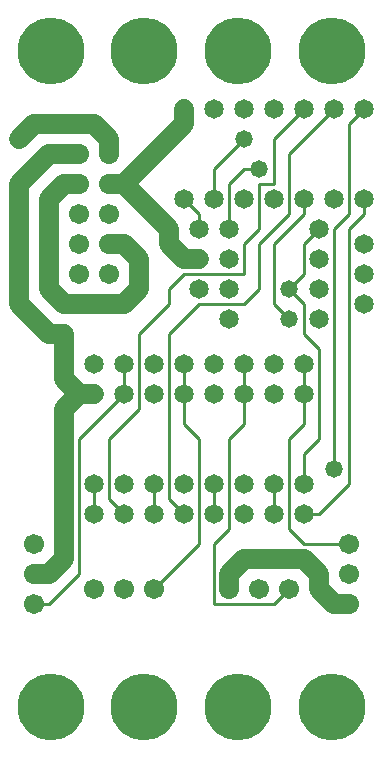
<source format=gtl>
%MOIN*%
%FSLAX25Y25*%
G04 D10 used for Character Trace; *
G04     Circle (OD=.01000) (No hole)*
G04 D11 used for Power Trace; *
G04     Circle (OD=.06500) (No hole)*
G04 D12 used for Signal Trace; *
G04     Circle (OD=.01100) (No hole)*
G04 D13 used for Via; *
G04     Circle (OD=.05800) (Round. Hole ID=.02800)*
G04 D14 used for Component hole; *
G04     Circle (OD=.06500) (Round. Hole ID=.03500)*
G04 D15 used for Component hole; *
G04     Circle (OD=.06700) (Round. Hole ID=.04300)*
G04 D16 used for Component hole; *
G04     Circle (OD=.08100) (Round. Hole ID=.05100)*
G04 D17 used for Component hole; *
G04     Circle (OD=.08900) (Round. Hole ID=.05900)*
G04 D18 used for Component hole; *
G04     Circle (OD=.11300) (Round. Hole ID=.08300)*
G04 D19 used for Component hole; *
G04     Circle (OD=.16000) (Round. Hole ID=.13000)*
G04 D20 used for Component hole; *
G04     Circle (OD=.18300) (Round. Hole ID=.15300)*
G04 D21 used for Component hole; *
G04     Circle (OD=.22291) (Round. Hole ID=.19291)*
%ADD10C,.01000*%
%ADD11C,.06500*%
%ADD12C,.01100*%
%ADD13C,.05800*%
%ADD14C,.06500*%
%ADD15C,.06700*%
%ADD16C,.08100*%
%ADD17C,.08900*%
%ADD18C,.11300*%
%ADD19C,.16000*%
%ADD20C,.18300*%
%ADD21C,.22291*%
%IPPOS*%
%LPD*%
G90*X0Y0D02*D21*X15625Y15625D03*X46875D03*D12*    
X10000Y50000D02*X15000D01*D15*X10000D03*D12*      
X15000D02*X25000Y60000D01*Y105000D01*             
X40000Y120000D01*D14*D03*D12*Y130000D01*D14*D03*  
X50000Y120000D03*X30000D03*D11*X25000D01*         
X20000Y115000D01*Y65000D01*X15000Y60000D01*       
X10000D01*D15*D03*Y70000D03*D14*X30000Y80000D03*  
D12*Y90000D01*D14*D03*D12*X40000Y80000D02*        
X35000Y85000D01*D14*X40000Y80000D03*D12*          
X35000Y85000D02*Y105000D01*X45000Y115000D01*      
Y140000D01*X55000Y150000D01*Y155000D01*           
X60000Y160000D01*X80000D01*Y170000D01*            
X85000Y175000D01*Y190000D01*X90000D01*Y205000D01* 
X100000Y215000D01*D14*D03*X110000D03*D12*         
X95000Y200000D01*Y180000D01*X85000Y170000D01*     
Y155000D01*X80000Y150000D01*X65000D01*            
X55000Y140000D01*Y85000D01*X60000Y80000D01*D14*   
D03*D12*X70000Y50000D02*Y70000D01*Y50000D02*      
X90000D01*X95000Y55000D01*D15*D03*D11*            
X105000Y60000D02*X100000Y65000D01*                
X105000Y55000D02*Y60000D01*X110000Y50000D02*      
X105000Y55000D01*X110000Y50000D02*X115000D01*D15* 
D03*Y60000D03*D11*X80000Y65000D02*X100000D01*     
X75000Y60000D02*X80000Y65000D01*X75000Y55000D02*  
Y60000D01*D15*Y55000D03*X85000D03*D12*            
X70000Y70000D02*X75000Y75000D01*Y105000D01*       
X80000Y110000D01*Y120000D01*D14*D03*D12*          
Y130000D01*D14*D03*X90000Y120000D03*X70000D03*    
X90000Y130000D03*X70000D03*D13*X95000Y145000D03*  
D12*X90000Y150000D01*Y170000D01*X100000Y180000D01*
Y185000D01*D14*D03*D12*X110000Y95000D02*          
Y175000D01*D13*Y95000D03*D12*X105000Y80000D02*    
X115000Y90000D01*X100000Y80000D02*X105000D01*D14* 
X100000D03*D12*Y70000D02*X95000Y75000D01*         
X100000Y70000D02*X115000D01*D15*D03*D12*          
X95000Y75000D02*Y105000D01*X100000Y110000D01*     
Y120000D01*D14*D03*D12*Y130000D01*D14*D03*D12*    
X105000Y105000D02*Y135000D01*X100000Y100000D02*   
X105000Y105000D01*X100000Y90000D02*Y100000D01*D14*
Y90000D03*X90000Y80000D03*D12*Y90000D01*D14*D03*  
X80000Y80000D03*Y90000D03*X70000D03*D12*Y80000D01*
D14*D03*X60000Y90000D03*D12*X50000Y55000D02*      
X65000Y70000D01*D15*X50000Y55000D03*X40000D03*D12*
X65000Y70000D02*Y105000D01*X60000Y110000D01*      
Y120000D01*D14*D03*D12*Y130000D01*D14*D03*        
X50000D03*X75000Y145000D03*D11*X20000Y150000D02*  
X40000D01*X20000D02*X15000Y155000D01*Y185000D01*  
X20000Y190000D01*X25000D01*D15*D03*               
X35000Y180000D03*Y200000D03*D11*Y205000D01*       
X30000Y210000D01*X10000D01*X5000Y205000D01*D13*   
D03*D11*Y190000D02*X15000Y200000D01*              
X5000Y150000D02*Y190000D01*X15000Y140000D02*      
X5000Y150000D01*X15000Y140000D02*X20000D01*D13*   
D03*D11*Y125000D01*X25000Y120000D01*D14*          
X30000Y130000D03*D11*X40000Y150000D02*            
X45000Y155000D01*Y165000D01*X40000Y170000D01*     
X35000D01*D15*D03*X25000Y180000D03*Y160000D03*    
Y170000D03*X35000Y160000D03*D11*X55000Y175000D02* 
X40000Y190000D01*D14*X55000Y175000D03*D11*        
Y170000D01*X60000Y165000D01*X65000D01*D14*D03*    
X75000Y155000D03*Y175000D03*D12*Y190000D01*       
X80000Y195000D01*X85000D01*D13*D03*D14*           
X80000Y185000D03*D13*Y205000D03*D12*              
X70000Y195000D01*Y185000D01*D14*D03*D12*          
X65000Y175000D02*Y180000D01*D14*Y175000D03*D12*   
Y180000D02*X60000Y185000D01*D14*D03*D11*          
X35000Y190000D02*X40000D01*D15*X35000D03*D11*     
X40000D02*X60000Y210000D01*Y215000D01*D14*D03*    
X70000D03*D21*X78125Y234375D03*D14*               
X80000Y215000D03*D21*X46875Y234375D03*D14*        
X90000Y185000D03*Y215000D03*D15*X25000Y200000D03* 
D11*X15000D01*D21*X15625Y234375D03*D14*           
X65000Y155000D03*X75000Y165000D03*D13*            
X95000Y155000D03*D12*X100000Y150000D01*Y140000D01*
X105000Y135000D01*D14*Y145000D03*                 
X120000Y150000D03*X105000Y155000D03*D12*X95000D02*
X100000Y160000D01*Y170000D01*X105000Y175000D01*   
D14*D03*D12*X110000D02*X115000Y180000D01*         
Y210000D01*X120000Y215000D01*D14*D03*D21*         
X109375Y234375D03*D14*X110000Y185000D03*          
X120000D03*D12*Y180000D01*X115000Y175000D01*      
Y90000D01*D14*X50000D03*D12*Y80000D01*D14*D03*    
X40000Y90000D03*D15*X30000Y55000D03*D21*          
X78125Y15625D03*X109375D03*D14*X120000Y160000D03* 
X105000Y165000D03*X120000Y170000D03*M02*          

</source>
